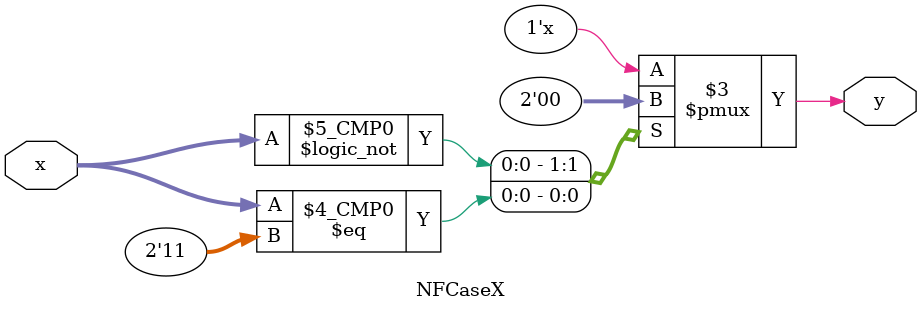
<source format=v>
module NFCaseX (
    input [1:0] x,
    output y
);

always @(x) begin
    casex (x)
        2'b00: y = 0;
        2'b11: y = 0;
    endcase
end
endmodule
</source>
